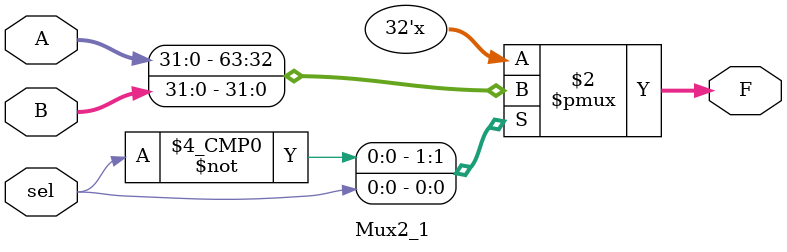
<source format=v>
`timescale 1ns / 1ps


module Mux2_1(sel,A,B,F);
parameter N = 32;
input sel;
input [N-1:0] A,B;
output [N-1:0] F;
reg [N-1:0] F;
always @(A,B,sel) begin
case (sel)
   1'b0:F<=A;
   1'b1:F<=B;
endcase
end
endmodule


</source>
